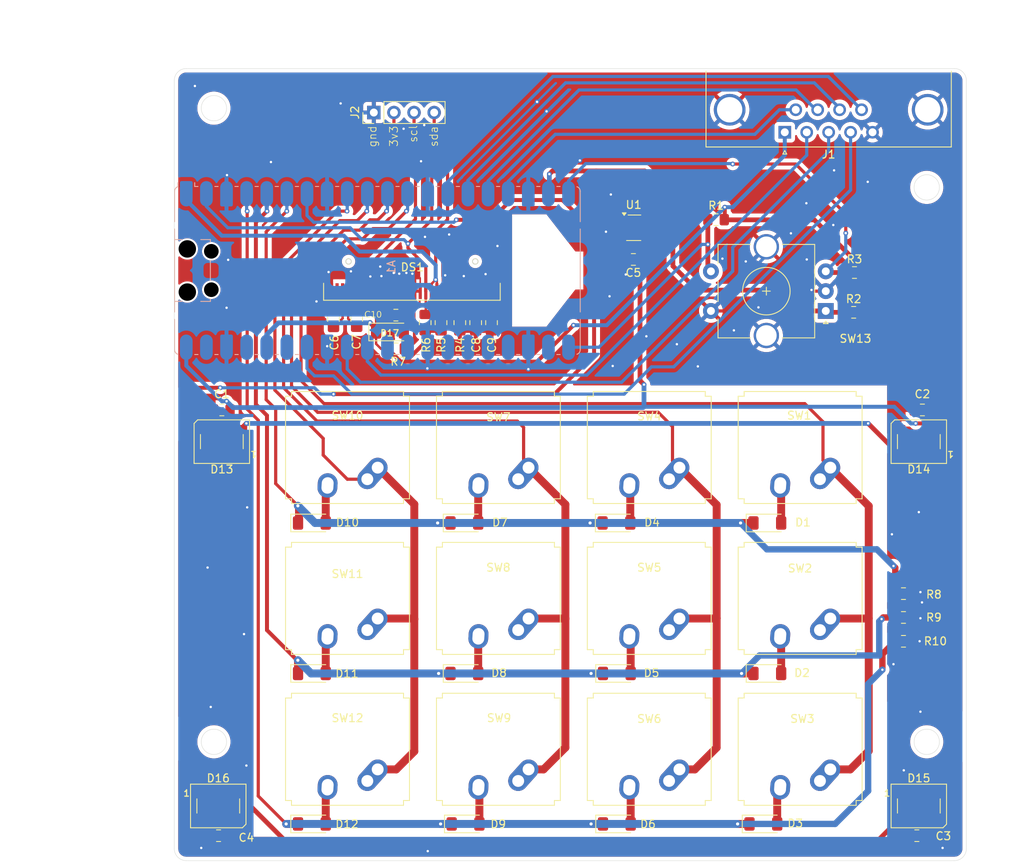
<source format=kicad_pcb>
(kicad_pcb (version 20241229) (generator "pcbnew") (generator_version "9.0")
  (layers (0 "F.Cu" signal) (2 "B.Cu" signal) (13 "F.Paste" user) (15 "B.Paste" user) (5 "F.SilkS" user "F.Silkscreen") (7 "B.SilkS" user "B.Silkscreen") (1 "F.Mask" user) (3 "B.Mask" user) (25 "Edge.Cuts" user))
  (net 0 "")
  (net 5 "Net-(D1-A)")
  (net 6 "cl1")
  (net 7 "cl2")
  (net 8 "Net-(D2-A)")
  (net 9 "cl3")
  (net 10 "Net-(D3-A)")
  (net 11 "Net-(D4-A)")
  (net 12 "RW4")
  (net 13 "Net-(D5-A)")
  (net 14 "Net-(D6-A)")
  (net 15 "Net-(D7-A)")
  (net 16 "Net-(D8-A)")
  (net 17 "Net-(D9-A)")
  (net 18 "Net-(D10-A)")
  (net 19 "Net-(D11-A)")
  (net 20 "Net-(D12-A)")
  (net 21 "RW1")
  (net 22 "RW2")
  (net 23 "RW3")
  (net 24 "+5V")
  (net 25 "GND")
  (net 26 "Net-(D13-DIN)")
  (net 27 "Net-(D13-DOUT)")
  (net 28 "Net-(D14-DOUT)")
  (net 29 "Net-(D15-DOUT)")
  (net 31 "+3.3V")
  (net 32 "Enc_butt")
  (net 33 "EncA")
  (net 34 "EncB")
  (net 35 "Net-(U1-Pad3)")
  (net 36 "13")
  (net 37 "11")
  (net 38 "12")
  (net 39 "10")
  (net 40 "displ-scl")
  (net 41 "26")
  (net 42 "28")
  (net 43 "27")
  (net 44 "20")
  (net 45 "21")
  (net 46 "22")
  (net 47 "19")
  (net 48 "18")
  (net 49 "17")
  (net 50 "displ-sda")
  (net 51 "neopixel")
  (net 52 "Net-(DS1-C2N)")
  (net 53 "Net-(DS1-C2P)")
  (net 54 "Net-(DS1-C1N)")
  (net 55 "Net-(DS1-C1P)")
  (net 56 "Net-(DS1-VCOMH)")
  (net 57 "Net-(DS1-VCC)")
  (net 58 "Net-(D17-A)")
  (net 60 "Net-(DS1-IREF)")
  (footprint "Capacitor_SMD:C_0805_2012Metric_Pad1.18x1.45mm_HandSolder" (layer "F.Cu") (at 158.4 89.075)
    (property "Reference" "R1")
    (property "Value" "10k")
  )
  (footprint "Diode_SMD:D_MiniMELF" (layer "F.Cu") (at 164.86946 146.369598)
    (property "Reference" "D2")
    (property "Value" "D")
  )
  (footprint "PCM_Switch_Keyboard_Hybrid:SW_Hybrid_Cherry_MX_Alps" (layer "F.Cu") (at 169.0176 155.9437 180)
    (property "Reference" "SW3")
    (property "Value" "SW_Push_45deg")
  )
  (footprint "LED_SMD:LED_WS2812B_PLCC4_5.0x5.0mm_P3.2mm" (layer "F.Cu") (at 184 163.1)
    (property "Reference" "D15")
    (property "Value" "WS2812B (RF-W7SA50TS-A51-IC)")
  )
  (footprint "Diode_SMD:D_MiniMELF" (layer "F.Cu") (at 126.76946 165.369598)
    (property "Reference" "D9")
    (property "Value" "D")
  )
  (footprint "Capacitor_SMD:C_0805_2012Metric_Pad1.18x1.45mm_HandSolder" (layer "F.Cu") (at 130.05 102.08 -90)
    (property "Reference" "C9")
    (property "Value" "4u7")
  )
  (footprint "PCM_Switch_Keyboard_Hybrid:SW_Hybrid_Cherry_MX_Alps" (layer "F.Cu") (at 111.8676 136.8937 180)
    (property "Reference" "SW11")
    (property "Value" "SW_Push_45deg")
  )
  (footprint "Diode_SMD:D_MiniMELF" (layer "F.Cu") (at 145.86946 146.369598)
    (property "Reference" "D5")
    (property "Value" "D")
  )
  (footprint "PCM_Switch_Keyboard_Hybrid:SW_Hybrid_Cherry_MX_Alps" (layer "F.Cu") (at 111.8676 155.9437 180)
    (property "Reference" "SW12")
    (property "Value" "SW_Push_45deg")
  )
  (footprint "Diode_SMD:D_MiniMELF" (layer "F.Cu") (at 126.61946 146.369598)
    (property "Reference" "D8")
    (property "Value" "D")
  )
  (footprint "Capacitor_SMD:C_0805_2012Metric_Pad1.18x1.45mm_HandSolder" (layer "F.Cu") (at 128.05 102.08 90)
    (property "Reference" "C8")
    (property "Value" "1u")
  )
  (footprint "Capacitor_SMD:C_0805_2012Metric_Pad1.18x1.45mm_HandSolder" (layer "F.Cu") (at 175.875 95.75)
    (property "Reference" "R3")
    (property "Value" "10k")
  )
  (footprint "Capacitor_SMD:C_0805_2012Metric_Pad1.18x1.45mm_HandSolder" (layer "F.Cu") (at 147.9625 94.1 180)
    (property "Reference" "C5")
    (property "Value" "100n")
  )
  (footprint "Capacitor_SMD:C_0805_2012Metric_Pad1.18x1.45mm_HandSolder" (layer "F.Cu") (at 113.025 101.63 -90)
    (property "Reference" "C7")
    (property "Value" "1u")
  )
  (footprint "PCM_Switch_Keyboard_Hybrid:SW_Hybrid_Cherry_MX_Alps" (layer "F.Cu") (at 130.9176 155.9437 180)
    (property "Reference" "SW9")
    (property "Value" "SW_Push_45deg")
  )
  (footprint "Diode_SMD:D_MiniMELF" (layer "F.Cu") (at 164.36946 165.369598)
    (property "Reference" "D3")
    (property "Value" "D")
  )
  (footprint "Package_TO_SOT_SMD:SOT-23-6_Handsoldering" (layer "F.Cu") (at 148 90.1)
    (property "Reference" "U1")
    (property "Value" "74LVC2G04")
  )
  (footprint "PCM_Switch_Keyboard_Hybrid:SW_Hybrid_Cherry_MX_Alps" (layer "F.Cu") (at 111.8676 117.8437 180)
    (property "Reference" "SW10")
    (property "Value" "SW_Push_45deg")
  )
  (footprint "Rotary_Encoder:RotaryEncoder_Alps_EC11E-Switch_Vertical_H20mm_CircularMountingHoles" (layer "F.Cu") (at 172.25 100.6 180)
    (property "Reference" "SW13")
    (property "Value" "Encoder")
  )
  (footprint "Connector_PinHeader_2.54mm:PinHeader_1x04_P2.54mm_Vertical" (layer "F.Cu") (at 115.19 75.55 90)
    (property "Reference" "J2")
    (property "Value" "Conn_01x04_Pin")
  )
  (footprint "LED_SMD:LED_WS2812B_PLCC4_5.0x5.0mm_P3.2mm" (layer "F.Cu") (at 184 117.1 180)
    (property "Reference" "D14")
    (property "Value" "WS2812B (RF-W7SA50TS-A51-IC)")
  )
  (footprint "Diode_SMD:D_MiniMELF" (layer "F.Cu") (at 126.61946 127.369598)
    (property "Reference" "D7")
    (property "Value" "D")
  )
  (footprint "PCM_Switch_Keyboard_Hybrid:SW_Hybrid_Cherry_MX_Alps" (layer "F.Cu") (at 169.0176 136.8937 180)
    (property "Reference" "SW2")
    (property "Value" "SW_Push_45deg")
  )
  (footprint "Capacitor_SMD:C_0805_2012Metric_Pad1.18x1.45mm_HandSolder" (layer "F.Cu") (at 96 113.1 180)
    (property "Reference" "C1")
    (property "Value" "100n")
  )
  (footprint "Capacitor_SMD:C_0805_2012Metric_Pad1.18x1.45mm_HandSolder" (layer "F.Cu") (at 110.1 101.655 90)
    (property "Reference" "C6")
    (property "Value" "1u")
  )
  (footprint "Capacitor_SMD:C_0805_2012Metric_Pad1.18x1.45mm_HandSolder" (layer "F.Cu") (at 121.675 102.08 -90)
    (property "Reference" "R6")
    (property "Value" "10k")
  )
  (footprint "PCM_Switch_Keyboard_Hybrid:SW_Hybrid_Cherry_MX_Alps" (layer "F.Cu") (at 149.9676 136.8937 180)
    (property "Reference" "SW5")
    (property "Value" "SW_Push_45deg")
  )
  (footprint "Diode_SMD:D_MiniMELF" (layer "F.Cu") (at 145.86946 165.369598)
    (property "Reference" "D6")
    (property "Value" "D")
  )
  (footprint "Connector_Dsub:DSUB-9_Socket_Horizontal_P2.77x2.84mm_EdgePinOffset4.94mm_Housed_MountingHolesOffset4.94mm" (layer "F.Cu") (at 167.075 78.04 180)
    (property "Reference" "J1")
    (property "Value" "DE9_Socket_MountingHoles")
  )
  (footprint "PCM_Switch_Keyboard_Hybrid:SW_Hybrid_Cherry_MX_Alps" (layer "F.Cu") (at 149.9676 155.9437 180)
    (property "Reference" "SW6")
    (property "Value" "SW_Push_45deg")
  )
  (footprint "PCM_Switch_Keyboard_Hybrid:SW_Hybrid_Cherry_MX_Alps" (layer "F.Cu") (at 169.0176 117.8437 180)
    (property "Reference" "SW1")
    (property "Value" "SW_Push_45deg")
  )
  (footprint "LED_SMD:LED_WS2812B_PLCC4_5.0x5.0mm_P3.2mm" (layer "F.Cu") (at 95.55 163.1)
    (property "Reference" "D16")
    (property "Value" "WS2812B (RF-W7SA50TS-A51-IC)")
  )
  (footprint "Capacitor_SMD:C_0805_2012Metric_Pad1.18x1.45mm_HandSolder" (layer "F.Cu") (at 175.775 100.775)
    (property "Reference" "R2")
    (property "Value" "10k")
  )
  (footprint "Capacitor_SMD:C_0805_2012Metric_Pad1.18x1.45mm_HandSolder" (layer "F.Cu") (at 118 105.38)
    (property "Reference" "R7")
    (property "Value" "5k1")
  )
  (footprint "Capacitor_SMD:C_0805_2012Metric_Pad1.18x1.45mm_HandSolder" (layer "F.Cu") (at 123.675 102.08 -90)
    (property "Reference" "R5")
    (property "Value" "10k")
  )
  (footprint "PCM_Switch_Keyboard_Hybrid:SW_Hybrid_Cherry_MX_Alps" (layer "F.Cu") (at 149.9676 117.8437 180)
    (property "Reference" "SW4")
    (property "Value" "SW_Push_45deg")
  )
  (footprint "Capacitor_SMD:C_0805_2012Metric_Pad1.18x1.45mm_HandSolder" (layer "F.Cu") (at 95.5875 166.85)
    (property "Reference" "C4")
    (property "Value" "100n")
  )
  (footprint "Diode_SMD:D_MiniMELF" (layer "F.Cu") (at 107.36946 165.369598)
    (property "Reference" "D12")
    (property "Value" "D")
  )
  (footprint "Diode_SMD:D_MiniMELF" (layer "F.Cu") (at 145.81946 127.369598)
    (property "Reference" "D4")
    (property "Value" "D")
  )
  (footprint "Capacitor_SMD:C_0805_2012Metric_Pad1.18x1.45mm_HandSolder" (layer "F.Cu") (at 183.75 166.85)
    (property "Reference" "C3")
    (property "Value" "100n")
  )
  (footprint "PCM_Switch_Keyboard_Hybrid:SW_Hybrid_Cherry_MX_Alps" (layer "F.Cu") (at 130.9176 136.8937 180)
    (property "Reference" "SW8")
    (property "Value" "SW_Push_45deg")
  )
  (footprint "Capacitor_SMD:C_0805_2012Metric_Pad1.18x1.45mm_HandSolder" (layer "F.Cu") (at 117.975 101.13)
    (property "Reference" "C10")
    (property "Value" "10u")
  )
  (footprint "Capacitor_SMD:C_0805_2012Metric_Pad1.18x1.45mm_HandSolder" (layer "F.Cu") (at 182.0625 142.31 180)
    (property "Reference" "R10")
    (property "Value" "10k")
  )
  (footprint "LED_SMD:LED_WS2812B_PLCC4_5.0x5.0mm_P3.2mm" (layer "F.Cu") (at 96 117.1 180)
    (property "Reference" "D13")
    (property "Value" "WS2812B (RF-W7SA50TS-A51-IC)")
  )
  (footprint "Capacitor_SMD:C_0805_2012Metric_Pad1.18x1.45mm_HandSolder" (layer "F.Cu") (at 182.0625 139.3 180)
    (property "Reference" "R9")
    (property "Value" "10k")
  )
  (footprint "Display:OLED-128O064D" (layer "F.Cu") (at 120 98.1)
    (property "Reference" "DS1")
    (property "Value" "OLED-128O064D")
  )
  (footprint "Capacitor_SMD:C_0805_2012Metric_Pad1.18x1.45mm_HandSolder" (layer "F.Cu") (at 182.0625 136.29 180)
    (property "Reference" "R8")
    (property "Value" "10k")
  )
  (footprint "Diode_SMD:D_MiniMELF" (layer "F.Cu") (at 117.225 103.255)
    (property "Reference" "D17")
    (property "Value" "D_Schottky")
  )
  (footprint "Diode_SMD:D_MiniMELF" (layer "F.Cu") (at 164.86946 127.369598)
    (property "Reference" "D1")
    (property "Value" "D")
  )
  (footprint "PCM_Switch_Keyboard_Hybrid:SW_Hybrid_Cherry_MX_Alps" (layer "F.Cu") (at 130.9176 117.8437 180)
    (property "Reference" "SW7")
    (property "Value" "SW_Push_45deg")
  )
  (footprint "Diode_SMD:D_MiniMELF" (layer "F.Cu") (at 107.36946 127.369598)
    (property "Reference" "D10")
    (property "Value" "D")
  )
  (footprint "Diode_SMD:D_MiniMELF" (layer "F.Cu") (at 107.36946 146.369598)
    (property "Reference" "D11")
    (property "Value" "D")
  )
  (footprint "Capacitor_SMD:C_0805_2012Metric_Pad1.18x1.45mm_HandSolder" (layer "F.Cu") (at 126.05 102.08 90)
    (property "Reference" "R4")
    (property "Value" "470k")
  )
  (footprint "Capacitor_SMD:C_0805_2012Metric_Pad1.18x1.45mm_HandSolder" (layer "F.Cu") (at 184.45 113.1 180)
    (property "Reference" "C2")
    (property "Value" "100n")
  )
  (footprint "Module:RaspberryPi_Pico_Common_SMD" (layer "B.Cu") (at 115.6426 95.4937 -90)
    (property "Reference" "A1")
    (property "Value" "RaspberryPi_Pico_W")
  )
  (gr_circle (center 95 155) (end 96.6 155) (stroke (width 0.05)) (fill no) (layer "Edge.Cuts"))
  (gr_circle (center 128 94.35) (end 127.65 94.35) (stroke (width 0.1)) (fill no) (layer "Edge.Cuts"))
  (gr_line (start 91.5 70) (end 188.5 70) (stroke (width 0.05)) (layer "Edge.Cuts"))
  (gr_line (start 90 168.5) (end 90 71.5) (stroke (width 0.05)) (layer "Edge.Cuts"))
  (gr_circle (center 185 155) (end 186.6 155) (stroke (width 0.05)) (fill no) (layer "Edge.Cuts"))
  (gr_arc (start 91.5 170) (mid 90.43934 169.56066) (end 90 168.5) (stroke (width 0.05)) (layer "Edge.Cuts"))
  (gr_circle (center 185 85) (end 186.6 85) (stroke (width 0.05)) (fill no) (layer "Edge.Cuts"))
  (gr_line (start 190 71.5) (end 190 168.5) (stroke (width 0.05)) (layer "Edge.Cuts"))
  (gr_circle (center 95 75) (end 96.6 75) (stroke (width 0.05)) (fill no) (layer "Edge.Cuts"))
  (gr_arc (start 90 71.5) (mid 90.43934 70.43934) (end 91.5 70) (stroke (width 0.05)) (layer "Edge.Cuts"))
  (gr_circle (center 112 94.35) (end 112.35 94.35) (stroke (width 0.1)) (fill no) (layer "Edge.Cuts"))
  (gr_line (start 188.5 170) (end 91.5 170) (stroke (width 0.05)) (layer "Edge.Cuts"))
  (gr_arc (start 190 168.5) (mid 189.56066 169.56066) (end 188.5 170) (stroke (width 0.05)) (layer "Edge.Cuts"))
  (gr_arc (start 188.5 70) (mid 189.56066 70.43934) (end 190 71.5) (stroke (width 0.05)) (layer "Edge.Cuts"))
  (gr_text "sda" (at 123.35 79.95 90) (layer "F.SilkS") (effects (font (size 1 1) (thickness 0.1)) (justify left bottom)))
  (gr_text "scl" (at 120.75 79.4 90) (layer "F.SilkS") (effects (font (size 1 1) (thickness 0.1)) (justify left bottom)))
  (gr_text "gnd" (at 115.6 80 90) (layer "F.SilkS") (effects (font (size 1 1) (thickness 0.1)) (justify left bottom)))
  (gr_text "3v3" (at 118.3 79.95 90) (layer "F.SilkS") (effects (font (size 1 1) (thickness 0.1)) (justify left bottom)))
  (segment (start 166.61946 127.369598) (end 166.61946 122.75556) (width 1) (layer "F.Cu") (net 5))
  (segment (start 166.61946 122.75556) (end 166.4976 122.6337) (width 1) (layer "F.Cu") (net 5))
  (segment (start 144.24446 127.369598) (end 142.49446 127.369598) (width 1) (layer "F.Cu") (net 6))
  (segment (start 163.24446 127.369598) (end 161.49446 127.369598) (width 1) (layer "F.Cu") (net 6))
  (segment (start 101.6 111.8) (end 102.8 113) (width 0.4) (layer "F.Cu") (net 6))
  (segment (start 102.8 113) (end 102.8 122.4) (width 0.4) (layer "F.Cu") (net 6))
  (segment (start 181.025 133.025) (end 180.8 132.8) (width 0.8) (layer "F.Cu") (net 6))
  (segment (start 105.74446 125.34446) (end 105.6 125.2) (width 1) (layer "F.Cu") (net 6))
  (segment (start 102.8 122.4) (end 105.6 125.2) (width 0.4) (layer "F.Cu") (net 6))
  (segment (start 181.025 136.29) (end 181.025 133.025) (width 0.8) (layer "F.Cu") (net 6))
  (segment (start 124.99446 127.369598) (end 123.24446 127.369598) (width 1) (layer "F.Cu") (net 6))
  (segment (start 105.74446 127.369598) (end 105.74446 125.34446) (width 1) (layer "F.Cu") (net 6))
  (segment (start 101.6 90.6) (end 101.6 111.8) (width 0.4) (layer "F.Cu") (net 6))
  (segment (start 104.2 88) (end 101.6 90.6) (width 0.4) (layer "F.Cu") (net 6))
  (via (at 105.6 125.2) (size 0.8) (drill 0.4) (layers "F.Cu" "B.Cu") (net 6))
  (via (at 161.49446 127.369598) (size 0.8) (drill 0.4) (layers "F.Cu" "B.Cu") (net 6))
  (via (at 123.24446 127.369598) (size 0.8) (drill 0.4) (layers "F.Cu" "B.Cu") (net 6))
  (via (at 104.2 88) (size 0.6) (drill 0.3) (layers "F.Cu" "B.Cu") (net 6))
  (via (at 142.49446 127.369598) (size 0.8) (drill 0.4) (layers "F.Cu" "B.Cu") (net 6))
  (via (at 180.8 132.8) (size 0.6) (drill 0.3) (layers "F.Cu" "B.Cu") (net 6))
  (segment (start 107.769598 127.369598) (end 105.6 125.2) (width 1) (layer "B.Cu") (net 6))
  (segment (start 104.2126 87.9874) (end 104.2 88) (width 0.4) (layer "B.Cu") (net 6))
  (segment (start 161.49446 127.369598) (end 142.49446 127.369598) (width 1) (layer "B.Cu") (net 6))
  (segment (start 164.824862 130.7) (end 161.49446 127.369598) (width 0.8) (layer "B.Cu") (net 6))
  (segment (start 178.7 130.7) (end 164.824862 130.7) (width 0.8) (layer "B.Cu") (net 6))
  (segment (start 104.2126 85.8037) (end 104.2126 87.9874) (width 0.4) (layer "B.Cu") (net 6))
  (segment (start 180.8 132.8) (end 178.7 130.7) (width 0.8) (layer "B.Cu") (net 6))
  (segment (start 142.49446 127.369598) (end 107.769598 127.369598) (width 1) (layer "B.Cu") (net 6))
  (segment (start 101.7 140.9) (end 105.5 144.7) (width 0.5) (layer "F.Cu") (net 7))
  (segment (start 123.61946 146.369598) (end 123.36946 146.369598) (width 1) (layer "F.Cu") (net 7))
  (segment (start 163.11946 146.369598) (end 161.86946 146.369598) (width 1) (layer "F.Cu") (net 7))
  (segment (start 105.5 144.7) (end 105.6 144.7) (width 0.5) (layer "F.Cu") (net 7))
  (segment (start 179.5 139.3) (end 179.3 139.5) (width 0.8) (layer "F.Cu") (net 7))
  (segment (start 105.61946 144.71946) (end 105.61946 146.369598) (width 1) (layer "F.Cu") (net 7))
  (segment (start 101.7 113.8) (end 101.7 140.9) (width 0.5) (layer "F.Cu") (net 7))
  (segment (start 101.7 88) (end 100.3 89.4) (width 0.5) (layer "F.Cu") (net 7))
  (segment (start 144.11946 146.369598) (end 142.86946 146.369598) (width 1) (layer "F.Cu") (net 7))
  (segment (start 105.6 144.7) (end 105.61946 144.71946) (width 1) (layer "F.Cu") (net 7))
  (segment (start 161.86946 146.369598) (end 161.61946 146.369598) (width 1) (layer "F.Cu") (net 7))
  (segment (start 100.3 89.4) (end 100.3 112.4) (width 0.5) (layer "F.Cu") (net 7))
  (segment (start 124.86946 146.369598) (end 123.61946 146.369598) (width 1) (layer "F.Cu") (net 7))
  (segment (start 181.025 139.3) (end 179.5 139.3) (width 0.8) (layer "F.Cu") (net 7))
  (segment (start 100.3 112.4) (end 101.7 113.8) (width 0.5) (layer "F.Cu") (net 7))
  (segment (start 142.86946 146.369598) (end 142.61946 146.369598) (width 1) (layer "F.Cu") (net 7))
  (via (at 105.6 144.7) (size 0.8) (drill 0.4) (layers "F.Cu" "B.Cu") (net 7))
  (via (at 179.3 139.5) (size 0.6) (drill 0.3) (layers "F.Cu" "B.Cu") (net 7))
  (via (at 142.61946 146.369598) (size 0.8) (drill 0.4) (layers "F.Cu" "B.Cu") (net 7))
  (via (at 123.36946 146.369598) (size 0.8) (drill 0.4) (layers "F.Cu" "B.Cu") (net 7))
  (via (at 161.61946 146.369598) (size 0.8) (drill 0.4) (layers "F.Cu" "B.Cu") (net 7))
  (via (at 101.7 88) (size 0.6) (drill 0.3) (layers "F.Cu" "B.Cu") (net 7))
  (segment (start 179 139.8) (end 179 144.1) (width 0.8) (layer "B.Cu") (net 7))
  (segment (start 123.36946 146.369598) (end 142.61946 146.369598) (width 1) (layer "B.Cu") (net 7))
  (segment (start 179 144.1) (end 163.889058 144.1) (width 0.8) (layer "B.Cu") (net 7))
  (segment (start 107.269598 146.369598) (end 123.36946 146.369598) (width 1) (layer "B.Cu") (net 7))
  (segment (start 142.61946 146.369598) (end 161.61946 146.369598) (width 1) (layer "B.Cu") (net 7))
  (segment (start 163.889058 144.1) (end 161.61946 146.369598) (width 0.8) (layer "B.Cu") (net 7))
  (segment (start 179.3 139.5) (end 179 139.8) (width 0.8) (layer "B.Cu") (net 7))
  (segment (start 105.6 144.7) (end 107.269598 146.369598) (width 1) (layer "B.Cu") (net 7))
  (segment (start 101.6726 85.8037) (end 101.6726 87.9726) (width 0.5) (layer "B.Cu") (net 7))
  (segment (start 101.6726 87.4037) (end 101.6726 85.8037) (width 0.5) (layer "B.Cu") (net 7))
  (segment (start 101.6726 87.9726) (end 101.7 88) (width 0.5) (layer "B.Cu") (net 7))
  (segment (start 166.61946 141.80556) (end 166.4976 141.6837) (width 1) (layer "F.Cu") (net 8))
  (segment (start 166.61946 146.369598) (end 166.61946 141.80556) (width 1) (layer "F.Cu") (net 8))
  (segment (start 161.36946 165.369598) (end 161.11946 165.369598) (width 1) (layer "F.Cu") (net 9))
  (segment (start 181.025 142.31) (end 179.4 143.935) (width 0.8) (layer "F.Cu") (net 9))
  (segment (start 105.61946 165.369598) (end 104.36946 165.369598) (width 1) (layer "F.Cu") (net 9))
  (segment (start 162.61946 165.369598) (end 161.36946 165.369598) (width 1) (layer "F.Cu") (net 9))
  (segment (start 104.36946 165.369598) (end 104.11946 165.369598) (width 1) (layer "F.Cu") (net 9))
  (segment (start 100.6 114.4) (end 100.6 161.850138) (width 0.4) (layer "F.Cu") (net 9))
  (segment (start 179.4 143.935) (end 179.4 145.9) (width 0.8) (layer "F.Cu") (net 9))
  (segment (start 99.2 88) (end 99.2 113) (width 0.4) (layer "F.Cu") (net 9))
  (segment (start 100.6 161.850138) (end 104.11946 165.369598) (width 0.4) (layer "F.Cu") (net 9))
  (segment (start 99.2 113) (end 100.6 114.4) (width 0.4) (layer "F.Cu") (net 9))
  (segment (start 144.11946 165.369598) (end 142.86946 165.369598) (width 1) (layer "F.Cu") (net 9))
  (segment (start 142.86946 165.369598) (end 142.61946 165.369598) (width 1) (layer "F.Cu") (net 9))
  (segment (start 125.11946 165.369598) (end 123.86946 165.369598) (width 1) (layer "F.Cu") (net 9))
  (segment (start 123.86946 165.369598) (end 123.61946 165.369598) (width 1) (layer "F.Cu") (net 9))
  (via (at 104.11946 165.369598) (size 0.8) (drill 0.4) (layers "F.Cu" "B.Cu") (net 9))
  (via (at 99.2 88) (size 0.6) (drill 0.3) (layers "F.Cu" "B.Cu") (net 9))
  (via (at 161.11946 165.369598) (size 0.8) (drill 0.4) (layers "F.Cu" "B.Cu") (net 9))
  (via (at 123.61946 165.369598) (size 0.8) (drill 0.4) (layers "F.Cu" "B.Cu") (net 9))
  (via (at 179.4 145.9) (size 0.6) (drill 0.3) (layers "F.Cu" "B.Cu") (net 9))
  (via (at 142.61946 165.369598) (size 0.8) (drill 0.4) (layers "F.Cu" "B.Cu") (net 9))
  (segment (start 161.11946 165.369598) (end 142.61946 165.369598) (width 1) (layer "B.Cu") (net 9))
  (segment (start 123.61946 165.369598) (end 104.11946 165.369598) (width 1) (layer "B.Cu") (net 9))
  (segment (start 99.1326 85.8037) (end 99.1326 87.9326) (width 0.4) (layer "B.Cu") (net 9))
  (segment (start 142.61946 165.369598) (end 123.61946 165.369598) (width 1) (layer "B.Cu") (net 9))
  (segment (start 99.1326 87.9326) (end 99.2 88) (width 0.4) (layer "B.Cu") (net 9))
  (segment (start 173.430402 165.369598) (end 161.11946 165.369598) (width 0.8) (layer "B.Cu") (net 9))
  (segment (start 177.6 147.7) (end 177.6 161.2) (width 0.8) (layer "B.Cu") (net 9))
  (segment (start 177.6 161.2) (end 173.430402 165.369598) (width 0.8) (layer "B.Cu") (net 9))
  (segment (start 179.4 145.9) (end 177.6 147.7) (width 0.8) (layer "B.Cu") (net 9))
  (segment (start 166.11946 165.369598) (end 166.11946 161.11184) (width 1) (layer "F.Cu") (net 10))
  (segment (start 166.11946 161.11184) (end 166.4976 160.7337) (width 1) (layer "F.Cu") (net 10))
  (segment (start 147.56946 122.75556) (end 147.4476 122.6337) (width 1) (layer "F.Cu") (net 11))
  (segment (start 147.56946 127.369598) (end 147.56946 122.75556) (width 1) (layer "F.Cu") (net 11))
  (segment (start 102.7 110.6) (end 108.8 116.7) (width 0.4) (layer "F.Cu") (net 12))
  (segment (start 108.8 116.7) (end 108.8 118.8) (width 0.4) (layer "F.Cu") (net 12))
  (segment (start 111.8437 121.8437) (end 114.3676 121.8437) (width 0.4) (layer "F.Cu") (net 12))
  (segment (start 120.2315 139.4337) (end 120.3002 139.5024) (width 1) (layer "F.Cu") (net 12))
  (segment (start 102.7 95.9) (end 102.7 110.6) (width 0.4) (layer "F.Cu") (net 12))
  (segment (start 120.3002 139.5024) (end 120.3002 125.0063) (width 1) (layer "F.Cu") (net 12))
  (segment (start 120.3002 125.0063) (end 115.6776 120.3837) (width 1) (layer "F.Cu") (net 12))
  (segment (start 115.6776 158.4837) (end 118.0189 158.4837) (width 1) (layer "F.Cu") (net 12))
  (segment (start 110.6 88) (end 102.7 95.9) (width 0.4) (layer "F.Cu") (net 12))
  (segment (start 118.0189 158.4837) (end 120.3002 156.2024) (width 1) (layer "F.Cu") (net 12))
  (segment (start 111.8 88) (end 110.6 88) (width 0.4) (layer "F.Cu") (net 12))
  (segment (start 115.6776 139.4337) (end 120.2315 139.4337) (width 1) (layer "F.Cu") (net 12))
  (segment (start 108.8 118.8) (end 111.8437 121.8437) (width 0.4) (layer "F.Cu") (net 12))
  (segment (start 120.3002 156.2024) (end 120.3002 139.5024) (width 1) (layer "F.Cu") (net 12))
  (via (at 111.8 88) (size 0.6) (drill 0.3) (layers "F.Cu" "B.Cu") (net 12))
  (segment (start 111.8326 85.8037) (end 111.8326 87.9674) (width 0.4) (layer "B.Cu") (net 12))
  (segment (start 111.8326 87.9674) (end 111.8 88) (width 0.4) (layer "B.Cu") (net 12))
  (segment (start 147.61946 146.369598) (end 147.61946 141.85556) (width 1) (layer "F.Cu") (net 13))
  (segment (start 147.61946 141.85556) (end 147.4476 141.6837) (width 1) (layer "F.Cu") (net 13))
  (segment (start 147.61946 160.90556) (end 147.4476 160.7337) (width 1) (layer "F.Cu") (net 14))
  (segment (start 147.61946 165.369598) (end 147.61946 160.90556) (width 1) (layer "F.Cu") (net 14))
  (segment (start 128.36946 122.66184) (end 128.3976 122.6337) (width 1) (layer "F.Cu") (net 15))
  (segment (start 128.36946 127.369598) (end 128.36946 122.66184) (width 1) (layer "F.Cu") (net 15))
  (segment (start 128.36946 146.369598) (end 128.36946 141.71184) (width 1) (layer "F.Cu") (net 16))
  (segment (start 128.36946 141.71184) (end 128.3976 141.6837) (width 1) (layer "F.Cu") (net 16))
  (segment (start 128.51946 160.85556) (end 128.3976 160.7337) (width 1) (layer "F.Cu") (net 17))
  (segment (start 128.51946 165.369598) (end 128.51946 160.85556) (width 1) (layer "F.Cu") (net 17))
  (segment (start 109.11946 127.369598) (end 109.11946 122.86184) (width 1) (layer "F.Cu") (net 18))
  (segment (start 109.11946 122.86184) (end 109.3476 122.6337) (width 1) (layer "F.Cu") (net 18))
  (segment (start 109.11946 141.91184) (end 109.3476 141.6837) (width 1) (layer "F.Cu") (net 19))
  (segment (start 109.11946 146.369598) (end 109.11946 141.91184) (width 1) (layer "F.Cu") (net 19))
  (segment (start 109.11946 160.96184) (end 109.3476 160.7337) (width 1) (layer "F.Cu") (net 20))
  (segment (start 109.11946 165.369598) (end 109.11946 160.96184) (width 1) (layer "F.Cu") (net 20))
  (segment (start 175.3439 158.4837) (end 177.6752 156.1524) (width 1) (layer "F.Cu") (net 21))
  (segment (start 119.3 88) (end 117.1 90.2) (width 0.4) (layer "F.Cu") (net 21))
  (segment (start 171.9 119.4561) (end 172.8276 120.3837) (width 0.4) (layer "F.Cu") (net 21))
  (segment (start 106 97.3) (end 106 109.4) (width 0.4) (layer "F.Cu") (net 21))
  (segment (start 171.9 114.6) (end 171.9 119.4561) (width 0.4) (layer "F.Cu") (net 21))
  (segment (start 113.7 91.5) (end 111.8 91.5) (width 0.4) (layer "F.Cu") (net 21))
  (segment (start 115.1 90.2) (end 113.75 91.55) (width 0.4) (layer "F.Cu") (net 21))
  (segment (start 169.6 112.3) (end 171.9 114.6) (width 0.4) (layer "F.Cu") (net 21))
  (segment (start 106 109.4) (end 108.9 112.3) (width 0.4) (layer "F.Cu") (net 21))
  (segment (start 117.1 90.2) (end 115.1 90.2) (width 0.4) (layer "F.Cu") (net 21))
  (segment (start 172.8276 139.4337) (end 177.6439 139.4337) (width 1) (layer "F.Cu") (net 21))
  (segment (start 111.8 91.5) (end 106 97.3) (width 0.4) (layer "F.Cu") (net 21))
  (segment (start 177.6752 139.4024) (end 177.6752 125.2313) (width 1) (layer "F.Cu") (net 21))
  (segment (start 108.9 112.3) (end 169.6 112.3) (width 0.4) (layer "F.Cu") (net 21))
  (segment (start 113.75 91.55) (end 113.7 91.5) (width 0.4) (layer "F.Cu") (net 21))
  (segment (start 172.8276 158.4837) (end 175.3439 158.4837) (width 1) (layer "F.Cu") (net 21))
  (segment (start 177.6752 156.1524) (end 177.6752 139.4024) (width 1) (layer "F.Cu") (net 21))
  (segment (start 177.6752 125.2313) (end 172.8276 120.3837) (width 1) (layer "F.Cu") (net 21))
  (via (at 119.3 88) (size 0.6) (drill 0.3) (layers "F.Cu" "B.Cu") (net 21))
  (segment (start 119.4526 85.8037) (end 119.4526 87.8474) (width 0.4) (layer "B.Cu") (net 21))
  (segment (start 119.4526 87.8474) (end 119.3 88) (width 0.4) (layer "B.Cu") (net 21))
  (segment (start 151.1 113.4) (end 108.1 113.4) (width 0.4) (layer "F.Cu") (net 22))
  (segment (start 111.4 90.4) (end 113.4 90.4) (width 0.4) (layer "F.Cu") (net 22))
  (segment (start 158.4752 125.0813) (end 153.7776 120.3837) (width 1) (layer "F.Cu") (net 22))
  (segment (start 152.9 115.2) (end 151.1 113.4) (width 0.4) (layer "F.Cu") (net 22))
  (segment (start 153.7776 158.4837) (end 155.7189 158.4837) (width 1) (layer "F.Cu") (net 22))
  (segment (start 114.7 89.1) (end 115.7 89.1) (width 0.4) (layer "F.Cu") (net 22))
  (segment (start 108.1 113.4) (end 104.8 110.1) (width 0.4) (layer "F.Cu") (net 22))
  (segment (start 158.4752 139.4024) (end 158.4752 125.0813) (width 1) (layer "F.Cu") (net 22))
  (segment (start 155.7189 158.4837) (end 158.4752 155.7274) (width 1) (layer "F.Cu") (net 22))
  (segment (start 158.4439 139.4337) (end 158.4752 139.4024) (width 1) (layer "F.Cu") (net 22))
  (segment (start 113.4 90.4) (end 114.7 89.1) (width 0.4) (layer "F.Cu") (net 22))
  (segment (start 153.7776 139.4337) (end 158.4439 139.4337) (width 1) (layer "F.Cu") (net 22))
  (segment (start 153.7776 120.3837) (end 152.9 119.5061) (width 0.4) (layer "F.Cu") (net 22))
  (segment (start 115.7 89.1) (end 116.8 88) (width 0.4) (layer "F.Cu") (net 22))
  (segment (start 152.9 119.5061) (end 152.9 115.2) (width 0.4) (layer "F.Cu") (net 22))
  (segment (start 158.4752 155.7274) (end 158.4752 139.4024) (width 1) (layer "F.Cu") (net 22))
  (segment (start 104.8 97) (end 111.4 90.4) (width 0.4) (layer "F.Cu") (net 22))
  (segment (start 104.8 110.1) (end 104.8 97) (width 0.4) (layer "F.Cu") (net 22))
  (via (at 116.8 88) (size 0.6) (drill 0.3) (layers "F.Cu" "B.Cu") (net 22))
  (segment (start 116.9126 85.8037) (end 116.9126 87.8874) (width 0.4) (layer "B.Cu") (net 22))
  (segment (start 116.9126 87.8874) (end 116.8 88) (width 0.4) (layer "B.Cu") (net 22))
  (segment (start 139.3752 155.7274) (end 139.3752 139.4524) (width 1) (layer "F.Cu") (net 23))
  (segment (start 108 114.5) (end 103.8 110.3) (width 0.4) (layer "F.Cu") (net 23))
  (segment (start 134.7276 120.3837) (end 134.1 119.7561) (width 0.4) (layer "F.Cu") (net 23))
  (segment (start 134.7276 158.4837) (end 136.6189 158.4837) (width 1) (layer "F.Cu") (net 23))
  (segment (start 103.8 110.3) (end 103.8 96.3) (width 0.4) (layer "F.Cu") (net 23))
  (segment (start 139.3752 139.4524) (end 139.3752 125.0313) (width 1) (layer "F.Cu") (net 23))
  (segment (start 103.8 96.3) (end 110.9 89.2) (width 0.4) (layer "F.Cu") (net 23))
  (segment (start 139.3565 139.4337) (end 139.3752 139.4524) (width 1) (layer "F.Cu") (net 23))
  (segment (start 139.3752 125.0313) (end 134.7276 120.3837) (width 1) (layer "F.Cu") (net 23))
  (segment (start 133.3 114.5) (end 108 114.5) (width 0.4) (layer "F.Cu") (net 23))
  (segment (start 134.1 115.3) (end 133.3 114.5) (width 0.4) (layer "F.Cu") (net 23))
  (segment (start 110.9 89.2) (end 113.1 89.2) (width 0.4) (layer "F.Cu") (net 23))
  (segment (start 113.1 89.2) (end 114.3 88) (width 0.4) (layer "F.Cu") (net 23))
  (segment (start 134.7276 139.4337) (end 139.3565 139.4337) (width 1) (layer "F.Cu") (net 23))
  (segment (start 134.1 119.7561) (end 134.1 115.3) (width 0.4) (layer "F.Cu") (net 23))
  (segment (start 136.6189 158.4837) (end 139.3752 155.7274) (width 1) (layer "F.Cu") (net 23))
  (via (at 114.3 88) (size 0.6) (drill 0.3) (layers "F.Cu" "B.Cu") (net 23))
  (segment (start 114.3726 87.9274) (end 114.3 88) (width 0.4) (layer "B.Cu") (net 23))
  (segment (start 114.3726 85.8037) (end 114.3726 87.9274) (width 0.4) (layer "B.Cu") (net 23))
  (segment (start 181.55 161.45) (end 183 162.9) (width 0.6) (layer "F.Cu") (net 24))
  (segment (start 149.35 90.1) (end 150.122834 90.1) (width 0.6) (layer "F.Cu") (net 24))
  (segment (start 96.6 112) (end 97.0375 112.4375) (width 0.5) (layer "F.Cu") (net 24))
  (segment (start 185 114.8) (end 185 113.5875) (width 0.5) (layer "F.Cu") (net 24))
  (segment (start 185 113.5875) (end 185.4875 113.1) (width 0.5) (layer "F.Cu") (net 24))
  (segment (start 185.8 119.4) (end 185.8 141.5) (width 0.5) (layer "F.Cu") (net 24))
  (segment (start 183.6 114.8) (end 185 114.8) (width 0.5) (layer "F.Cu") (net 24))
  (segment (start 93.1 150.5) (end 93.1 123.7) (width 0.6) (layer "F.Cu") (net 24))
  (segment (start 183 166.5625) (end 182.7125 166.85) (width 0.6) (layer "F.Cu") (net 24))
  (segment (start 97.0375 117.3375) (end 97.0375 113.1) (width 0.5) (layer "F.Cu") (net 24))
  (segment (start 94.55 162.9) (end 94.55 166.85) (width 0.6) (layer "F.Cu") (net 24))
  (segment (start 149.3 109.9) (end 148.799 109.399) (width 0.6) (layer "F.Cu") (net 24))
  (segment (start 183 162.9) (end 183 166.5625) (width 0.6) (layer "F.Cu") (net 24))
  (segment (start 148.799 94.301) (end 149 94.1) (width 0.6) (layer "F.Cu") (net 24))
  (segment (start 181.55 161.45) (end 180.4 160.3) (width 0.6) (layer "F.Cu") (net 24))
  (segment (start 150.631 90.608166) (end 150.631 92.731) (width 0.5) (layer "F.Cu") (net 24))
  (segment (start 91.5 157.1) (end 91.5 152.1) (width 0.6) (layer "F.Cu") (net 24))
  (segment (start 91.5 152.1) (end 93.1 150.5) (width 0.6) (layer "F.Cu") (net 24))
  (segment (start 98.05 118.75) (end 98.45 118.75) (width 0.6) (layer "F.Cu") (net 24))
  (segment (start 150.122834 90.1) (end 150.631 90.608166) (width 0.5) (layer "F.Cu") (net 24))
  (segment (start 98.45 118.75) (end 97.0375 117.3375) (width 0.5) (layer "F.Cu") (net 24))
  (segment (start 93.1 158.7) (end 91.5 157.1) (width 0.6) (layer "F.Cu") (net 24))
  (segment (start 180.4 150.9) (end 185.8 145.5) (width 0.6) (layer "F.Cu") (net 24))
  (segment (start 185.8 145.5) (end 185.8 141.5) (width 0.6) (layer "F.Cu") (net 24))
  (segment (start 149.262 94.1) (end 149 94.1) (width 0.6) (layer "F.Cu") (net 24))
  (segment (start 93.1 123.7) (end 98.05 118.75) (width 0.6) (layer "F.Cu") (net 24))
  (segment (start 148.799 109.399) (end 148.799 94.301) (width 0.6) (layer "F.Cu") (net 24))
  (segment (start 180.4 160.3) (end 180.4 150.9) (width 0.6) (layer "F.Cu") (net 24))
  (segment (start 150.631 92.731) (end 149.262 94.1) (width 0.5) (layer "F.Cu") (net 24))
  (segment (start 186.45 118.75) (end 185.8 119.4) (width 0.5) (layer "F.Cu") (net 24))
  (segment (start 185 117.3) (end 185 114.8) (width 0.5) (layer "F.Cu") (net 24))
  (segment (start 186.45 118.75) (end 185 117.3) (width 0.5) (layer "F.Cu") (net 24))
  (segment (start 93.1 161.45) (end 93.1 158.7) (width 0.6) (layer "F.Cu") (net 24))
  (segment (start 93.1 161.45) (end 94.55 162.9) (width 0.6) (layer "F.Cu") (net 24))
  (segment (start 97.0375 112.4375) (end 97.0375 113.1) (width 0.5) (layer "F.Cu") (net 24))
  (segment (start 182.15 161.45) (end 181.55 161.45) (width 0.6) (layer "F.Cu") (net 24))
  (via (at 96.6 112) (size 0.6) (drill 0.3) (layers "F.Cu" "B.Cu") (net 24))
  (via (at 183.6 114.8) (size 0.6) (drill 0.3) (layers "F.Cu" "B.Cu") (net 24))
  (via (at 149.3 109.9) (size 0.6) (drill 0.3) (layers "F.Cu" "B.Cu") (net 24))
  (segment (start 149.3 112.7) (end 180.9 112.7) (width 0.5) (layer "B.Cu") (net 24))
  (segment (start 183 114.8) (end 183.6 114.8) (width 0.5) (layer "B.Cu") (net 24))
  (segment (start 149.2 112.8) (end 97.4 112.8) (width 0.6) (layer "B.Cu") (net 24))
  (segment (start 149.3 109.9) (end 149.3 112.7) (width 0.6) (layer "B.Cu") (net 24))
  (segment (start 180.9 112.7) (end 183 114.8) (width 0.5) (layer "B.Cu") (net 24))
  (segment (start 97.4 112.8) (end 96.6 112) (width 0.6) (layer "B.Cu") (net 24))
  (segment (start 91.5126 107.5126) (end 91.5126 105.1837) (width 0.5) (layer "B.Cu") (net 24))
  (segment (start 96.6 112) (end 96 112) (width 0.5) (layer "B.Cu") (net 24))
  (segment (start 96 112) (end 91.5126 107.5126) (width 0.5) (layer "B.Cu") (net 24))
  (segment (start 170.6 98.1) (end 170.45 97.95) (width 0.4) (layer "F.Cu") (net 25))
  (segment (start 109.85 98.1) (end 109.749 98.1) (width 0.4) (layer "F.Cu") (net 25))
  (segment (start 129.3 96) (end 129.3 95.95) (width 0.4) (layer "F.Cu") (net 25))
  (segment (start 109.58765 95.68765) (end 109.476875 95.68765) (width 0.4) (layer "F.Cu") (net 25))
  (segment (start 109.7 98.25) (end 109.85 98.1) (width 0.4) (layer "F.Cu") (net 25))
  (segment (start 123.85 96.45) (end 124.1 96.2) (width 0.2) (layer "F.Cu") (net 25))
  (segment (start 119.65 96.15) (end 119.45 95.95) (width 0.2) (layer "F.Cu") (net 25))
  (segment (start 109.85 95.95) (end 109.58765 95.68765) (width 0.4) (layer "F.Cu") (net 25))
  (segment (start 124.1 96.2) (end 124.2 96.1) (width 0.2) (layer "F.Cu") (net 25))
  (segment (start 118.3 95.95) (end 118.35 95.95) (width 0.2) (layer "F.Cu") (net 25))
  (segment (start 118.25 96) (end 118.3 95.95) (width 0.2) (layer "F.Cu") (net 25))
  (segment (start 107.95 98.4) (end 108.1 98.25) (width 0.4) (layer "F.Cu") (net 25))
  (segment (start 123.85 98.1) (end 123.85 96.45) (width 0.2) (layer "F.Cu") (net 25))
  (segment (start 161.65 100.6) (end 157.75 100.6) (width 0.4) (layer "F.Cu") (net 25))
  (segment (start 118.25 98.1) (end 118.25 96) (width 0.2) (layer "F.Cu") (net 25))
  (segment (start 129.45 96.15) (end 129.3 96) (width 0.4) (layer "F.Cu") (net 25))
  (segment (start 120.6 96) (end 120.1552 96) (width 0.2) (layer "F.Cu") (net 25))
  (segment (start 184.09 142.31) (end 184.1 142.3) (width 0.8) (layer "F.Cu") (net 25))
  (segment (start 96.65 83.45) (end 96.65 94) (width 0.4) (layer "F.Cu") (net 25))
  (segment (start 164.75 103.7) (end 161.65 100.6) (width 0.4) (layer "F.Cu") (net 25))
  (segment (start 117.55 98.1) (end 117.55 95.95) (width 0.3) (layer "F.Cu") (net 25))
  (segment (start 146.65 90.1) (end 145 90.1) (width 0.4) (layer "F.Cu") (net 25))
  (segment (start 114.75 98.1) (end 114.75 96.25) (width 0.4) (layer "F.Cu") (net 25))
  (segment (start 118.25 98.1) (end 118.25 99.6) (width 0.2) (layer "F.Cu") (net 25))
  (segment (start 183.1 136.29) (end 184.01 136.29) (width 0.8) (layer "F.Cu") (net 25))
  (segment (start 118.25 99.6) (end 116.9375 100.9125) (width 0.2) (layer "F.Cu") (net 25))
  (segment (start 184.01 136.29) (end 184.2 136.1) (width 0.8) (layer "F.Cu") (net 25))
  (segment (start 126.65 98.1) (end 126.65 96.3) (width 0.2) (layer "F.Cu") (net 25))
  (segment (start 96.65 83.45) (end 96.7 83.45) (width 0.4) (layer "F.Cu") (net 25))
  (segment (start 146.925 95.925) (end 147 96) (width 0.4) (layer "F.Cu") (net 25))
  (segment (start 116.15 98.1) (end 116.15 96.2) (width 0.4) (layer "F.Cu") (net 25))
  (segment (start 183.1 139.3) (end 184.1 139.3) (width 0.8) (layer "F.Cu") (net 25))
  (segment (start 108.1 98.25) (end 109.7 98.25) (width 0.4) (layer "F.Cu") (net 25))
  (segment (start 146.925 94.1) (end 146.925 95.925) (width 0.4) (layer "F.Cu") (net 25))
  (segment (start 129.45 98.1) (end 129.45 96.15) (width 0.4) (layer "F.Cu") (net 25))
  (segment (start 119.45 95.95) (end 119.3 95.8) (width 0.2) (layer "F.Cu") (net 25))
  (segment (start 96.65 94) (end 96.8 94.15) (width 0.4) (layer "F.Cu") (net 25))
  (segment (start 109.85 98.1) (end 109.85 95.95) (width 0.4) (layer "F.Cu") (net 25))
  (segment (start 107.95 103.7) (end 107.95 98.4) (width 0.4) (layer "F.Cu") (net 25))
  (segment (start 121.05 96.45) (end 120.6 96) (width 0.2) (layer "F.Cu") (net 25))
  (segment (start 116.9375 100.9125) (end 116.9375 101.13) (width 0.2) (layer "F.Cu") (net 25))
  (segment (start 172.25 98.1) (end 170.6 98.1) (width 0.4) (layer "F.Cu") (net 25))
  (segment (start 126.65 96.3) (end 126.55 96.2) (width 0.2) (layer "F.Cu") (net 25))
  (segment (start 117.55 98.1) (end 117.55 100.5175) (width 0.3) (layer "F.Cu") (net 25))
  (segment (start 117.55 95.95) (end 117.7 95.8) (width 0.3) (layer "F.Cu") (net 25))
  (segment (start 117.55 100.5175) (end 116.9375 101.13) (width 0.3) (layer "F.Cu") (net 25))
  (segment (start 121.05 98.1) (end 121.05 96.45) (width 0.2) (layer "F.Cu") (net 25))
  (segment (start 120.1552 96) (end 120.0552 95.9) (width 0.2) (layer "F.Cu") (net 25))
  (segment (start 183.1 142.31) (end 184.09 142.31) (width 0.8) (layer "F.Cu") (net 25))
  (segment (start 116.15 96.15) (end 116.15 96.2) (width 0.4) (layer "F.Cu") (net 25))
  (segment (start 129.45 98.1) (end 130.15 98.1) (width 0.4) (layer "F.Cu") (net 25))
  (segment (start 118.35 95.95) (end 118.4 95.9) (width 0.2) (layer "F.Cu") (net 25))
  (segment (start 184.1 139.3) (end 184.2 139.4) (width 0.8) (layer "F.Cu") (net 25))
  (segment (start 109.3 105.05) (end 107.95 103.7) (width 0.4) (layer "F.Cu") (net 25))
  (segment (start 119.65 98.1) (end 119.65 96.15) (width 0.2) (layer "F.Cu") (net 25))
  (segment (start 145 90.1) (end 144.5 90.6) (width 0.4) (layer "F.Cu") (net 25))
  (via (at 160.65 103.05) (size 0.6) (drill 0.3) (layers "F.Cu" "B.Cu") (net 25))
  (via (at 126.55 96.2) (size 0.6) (drill 0.3) (layers "F.Cu" "B.Cu") (net 25))
  (via (at 98.8 141.4) (size 0.6) (drill 0.3) (layers "F.Cu" "B.Cu") (net 25))
  (via (at 96.65 83.45) (size 0.6) (drill 0.3) (layers "F.Cu" "B.Cu") (net 25))
  (via (at 144.5 90.6) (size 0.6) (drill 0.3) (layers "F.Cu" "B.Cu") (net 25))
  (via (at 111 74.4) (size 0.6) (drill 0.3) (layers "F.Cu" "B.Cu") (net 25))
  (via (at 121.65 91.25) (size 0.6) (drill 0.3) (layers "F.Cu" "B.Cu") (net 25))
  (via (at 180.8 145.2) (size 0.6) (drill 0.3) (layers "F.Cu" "B.Cu") (net 25))
  (via (at 141.2 81.6) (size 0.6) (drill 0.3) (layers "F.Cu" "B.Cu") (net 25))
  (via (at 169.85 94.1) (size 0.6) (drill 0.3) (layers "F.Cu" "B.Cu") (net 25))
  (via (at 94.6 150.6) (size 0.6) (drill 0.3) (layers "F.Cu" "B.Cu") (net 25))
  (via (at 184 126) (size 0.6) (drill 0.3) (layers "F.Cu" "B.Cu") (net 25))
  (via (at 107.95 99.4) (size 0.6) (drill 0.3) (layers "F.Cu" "B.Cu") (net 25))
  (via (at 184.4 137.4) (size 0.6) (drill 0.3) (layers "F.Cu" "B.Cu") (net 25))
  (via (at 118.95 77.6) (size 0.6) (drill 0.3) (layers "F.Cu" "B.Cu") (net 25))
  (via (at 184.2 136.1) (size 0.6) (drill 0.3) (layers "F.Cu" "B.Cu") (net 25))
  (via (at 92.6 72.2) (size 0.6) (drill 0.3) (layers "F.Cu" "B.Cu") (net 25))
  (via (at 112.3 95.6) (size 0.6) (drill 0.3) (layers "F.Cu" "B.Cu") (net 25))
  (via (at 184.1 142.3) (size 0.6) (drill 0.3) (layers "F.Cu" "B.Cu") (net 25))
  (via (at 99.1 158) (size 0.6) (drill 0.3) (layers "F.Cu" "B.Cu") (net 25))
  (via (at 135.8 74.2) (size 0.6) (drill 0.3) (layers "F.Cu" "B.Cu") (net 25))
  (via (at 167.85 90.8) (size 0.6) (drill 0.3) (layers "F.Cu" "B.Cu") (net 25))
  (via (at 130.8 92.4) (size 0.6) (drill 0.3) (layers "F.Cu" "B.Cu") (net 25))
  (via (at 94.2 133) (size 0.6) (drill 0.3) (layers "F.Cu" "B.Cu") (net 25))
  (via (at 177.55 84.3) (size 0.6) (drill 0.3) (layers "F.Cu" "B.Cu") (net 25))
  (via (at 96.6 100.2) (size 0.6) (drill 0.3) (layers "F.Cu" "B.Cu") (net 25))
  (via (at 109.3 105.05) (size 0.6) (drill 0.3) (layers "F.Cu" "B.Cu") (net 25))
  (via (at 116 95) (size 0.6) (drill 0.3) (layers "F.Cu" "B.Cu") (net 25))
  (via (at 137 75.4) (size 0.6) (drill 0.3) (layers "F.Cu" "B.Cu") (net 25))
  (via (at 170.45 97.95) (size 0.6) (drill 0.3) (layers "F.Cu" "B.Cu") (net 25))
  (via (at 118.4 95.9) (size 0.6) (drill 0.3) (layers "F.Cu" "B.Cu") (net 25))
  (via (at 163.75 100.15) (size 0.6) (drill 0.3) (layers "F.Cu" "B.Cu") (net 25))
  (via (at 180.6 128.8) (size 0.6) (drill 0.3) (layers "F.Cu" "B.Cu") (net 25))
  (via (at 184.2 139.4) (size 0.6) (drill 0.3) (layers "F.Cu" "B.Cu") (net 25))
  (via (at 173.2 89.75) (size 0.6) (drill 0.3) (layers "F.Cu" "B.Cu") (net 25))
  (via (at 102.2 81.8) (size 0.6) (drill 0.3) (layers "F.Cu" "B.Cu") (net 25))
  (via (at 117.7 95.8) (size 0.6) (drill 0.3) (layers "F.Cu" "B.Cu") (net 25))
  (via (at 93.4 168.4) (size 0.6) (drill 0.3) (layers "F.Cu" "B.Cu") (net 25))
  (via (at 121.15 81.7) (size 0.6) (drill 0.3) (layers "F.Cu" "B.Cu") (net 25))
  (via (at 156.1 107.6) (size 0.6) (drill 0.3) (layers "F.Cu" "B.Cu") (net 25))
  (via (at 124.2 96.1) (size 0.6) (drill 0.3) (layers "F.Cu" "B.Cu") (net 25))
  (via (at 121.95 107.85) (size 0.6) (drill 0.3) (layers "F.Cu" "B.Cu") (net 25))
  (via (at 187 168.4) (size 0.6) (drill 0.3) (layers "F.Cu" "B.Cu") (net 25))
  (via (at 153.45 104.8) (size 0.6) (drill 0.3) (layers "F.Cu" "B.Cu") (net 25))
  (via (at 173.3 82.85) (size 0.6) (drill 0.3) (layers "F.Cu" "B.Cu") (net 25))
  (via (at 121.55384 77.135871) (size 0.6) (drill 0.3) (layers "F.Cu" "B.Cu") (net 25))
  (via (at 184.2 151.2) (size 0.6) (drill 0.3) (layers "F.Cu" "B.Cu") (net 25))
  (via (at 114.75 96.25) (size 0.6) (drill 0.3) (layers "F.Cu" "B.Cu") (net 25))
  (via (at 147 96) (size 0.6) (drill 0.3) (layers "F.Cu" "B.Cu") (net 25))
  (via (at 169.8 87) (size 0.6) (drill 0.3) (layers "F.Cu" "B.Cu") (net 25))
  (via (at 145.35 107.55) (size 0.6) (drill 0.3) (layers "F.Cu" "B.Cu") (net 25))
  (via (at 99.2 125.4) (size 0.6) (drill 0.3) (layers "F.Cu" "B.Cu") (net 25))
  (via (at 129.3 95.95) (size 0.6) (drill 0.3) (layers "F.Cu" "B.Cu") (net 25))
  (via (at 149.6 103.8) (size 0.6) (drill 0.3) (layers "F.Cu" "B.Cu") (net 25))
  (via (at 162.15 94.35) (size 0.6) (drill 0.3) (layers "F.Cu" "B.Cu") (net 25))
  (via (at 182.1 158.6) (size 0.6) (drill 0.3) (layers "F.Cu" "B.Cu") (net 25))
  (via (at 122 168.8) (size 0.6) (drill 0.3) (layers "F.Cu" "B.Cu") (net 25))
  (via (at 120.0552 95.9) (size 0.6) (drill 0.3) (layers "F.Cu" "B.Cu") (net 25))
  (via (at 119.3 95.8) (size 0.6) (drill 0.3) (layers "F.Cu" "B.Cu") (net 25))
  (via (at 109.476875 95.68765) (size 0.6) (drill 0.3) (layers "F.Cu" "B.Cu") (net 25))
  (via (at 134.7 107.95) (size 0.6) (drill 0.3) (layers "F.Cu" "B.Cu") (net 25))
  (via (at 124.7 90.95) (size 0.6) (drill 0.3) (layers "F.Cu" "B.Cu") (net 25))
  (via (at 159.2 94) (size 0.6) (drill 0.3) (layers "F.Cu" "B.Cu") (net 25))
  (via (at 144.95 98.75) (size 0.6) (drill 0.3) (layers "F.Cu" "B.Cu") (net 25))
  (via (at 96.8 94.15) (size 0.6) (drill 0.3) (layers "F.Cu" "B.Cu") (net 25))
  (via (at 116.15 96.2) (size 0.6) (drill 0.3) (layers "F.Cu" "B.Cu") (net 25))
  (via (at 145.117473 85.899122) (size 0.6) (drill 0.3) (layers "F.Cu" "B.Cu") (net 25))
  (segment (start 157.75 100.6) (end 164.75 93.6) (width 0.4) (layer "B.Cu") (net 25))
  (segment (start 164.75 93.6) (end 164.75 92.5) (width 0.4) (layer "B.Cu") (net 25))
  (segment (start 96.5926 83.5074) (end 96.65 83.45) (width 0.4) (layer "B.Cu") (net 25))
  (segment (start 96.5926 85.8037) (end 96.5926 83.5074) (width 0.4) (layer "B.Cu") (net 25))
  (segment (start 109.2926 105.1837) (end 109.2926 105.0574) (width 0.8) (layer "B.Cu") (net 25))
  (segment (start 109.2926 105.0574) (end 109.3 105.05) (width 0.8) (layer "B.Cu") (net 25))
  (segment (start 148.3 92.1) (end 149.35 91.05) (width 0.5) (layer "F.Cu") (net 26))
  (segment (start 138 111.1) (end 143 106.1) (width 0.5) (layer "F.Cu") (net 26))
  (segment (start 143 94.1) (end 145 92.1) (width 0.5) (layer "F.Cu") (net 26))
  (segment (start 95.8 110.3) (end 91.8 110.3) (width 0.5) (layer "F.Cu") (net 26))
  (segment (start 91 111.1) (end 91 116.2) (width 0.5) (layer "F.Cu") (net 26))
  (segment (start 145 92.1) (end 148.3 92.1) (width 0.5) (layer "F.Cu") (net 26))
  (segment (start 91.8 110.3) (end 91 111.1) (width 0.5) (layer "F.Cu") (net 26))
  (segment (start 143 106.1) (end 143 94.1) (width 0.5) (layer "F.Cu") (net 26))
  (segment (start 91 116.2) (end 93.55 118.75) (width 0.5) (layer "F.Cu") (net 26))
  (segment (start 110.1 111.1) (end 138 111.1) (width 0.5) (layer "F.Cu") (net 26))
  (via (at 95.8 110.3) (size 0.6) (drill 0.3) (layers "F.Cu" "B.Cu") (net 26))
  (via (at 110.1 111.1) (size 0.6) (drill 0.3) (layers "F.Cu" "B.Cu") (net 26))
  (segment (start 107.7 110.3) (end 95.8 110.3) (width 0.4) (layer "B.Cu") (net 26))
  (segment (start 108.5 111.1) (end 107.7 110.3) (width 0.4) (layer "B.Cu") (net 26))
  (segment (start 110.1 111.1) (end 108.5 111.1) (width 0.4) (layer "B.Cu") (net 26))
  (segment (start 98.45 115.45) (end 99.1 114.8) (width 0.6) (layer "F.Cu") (net 27))
  (segment (start 177.6 114.8) (end 181.55 118.75) (width 0.6) (layer "F.Cu") (net 27))
  (via (at 177.6 114.8) (size 0.6) (drill 0.3) (layers "F.Cu" "B.Cu") (net 27))
  (via (at 99.1 114.8) (size 0.6) (drill 0.3) (layers "F.Cu" "B.Cu") (net 27))
  (segment (start 177.6 114.8) (end 99.1 114.8) (width 0.6) (layer "B.Cu") (net 27))
  (segment (start 188.6 157.2) (end 188.6 151.5) (width 0.5) (layer "F.Cu") (net 28))
  (segment (start 187.701 158.099) (end 188.6 157.2) (width 0.5) (layer "F.Cu") (net 28))
  (segment (start 187.701 116.701) (end 186.45 115.45) (width 0.5) (layer "F.Cu") (net 28))
  (segment (start 188.6 151.5) (end 187.7 150.6) (width 0.5) (layer "F.Cu") (net 28))
  (segment (start 187.7 149.901) (end 187.701 149.9) (width 0.5) (layer "F.Cu") (net 28))
  (segment (start 187.701 149.9) (end 187.701 116.701) (width 0.5) (layer "F.Cu") (net 28))
  (segment (start 187.7 150.6) (end 187.7 149.901) (width 0.5) (layer "F.Cu") (net 28))
  (segment (start 187.701 160.199) (end 187.701 158.099) (width 0.5) (layer "F.Cu") (net 28))
  (segment (start 186.45 161.45) (end 187.701 160.199) (width 0.5) (layer "F.Cu") (net 28))
  (segment (start 98 161.5) (end 98 161.45) (width 0.6) (layer "F.Cu") (net 29))
  (segment (start 178.7 167.6) (end 104.1 167.6) (width 0.6) (layer "F.Cu") (net 29))
  (segment (start 104.1 167.6) (end 98 161.5) (width 0.6) (layer "F.Cu") (net 29))
  (segment (start 181.55 164.75) (end 178.7 167.6) (width 0.6) (layer "F.Cu") (net 29))
  (segment (start 176.8125 100.775) (end 176.8125 95.85) (width 0.6) (layer "F.Cu") (net 31))
  (segment (start 115.475 99.7) (end 115.475 98.125) (width 0.3) (layer "F.Cu") (net 31))
  (segment (start 135.8 107) (end 119.228292 107) (width 0.5) (layer "F.Cu") (net 31))
  (segment (start 118.4 107) (end 118.4 106.8175) (width 0.5) (layer "F.Cu") (net 31))
  (segment (start 159.4625 89.1) (end 170.8 89.1) (width 0.6) (layer "F.Cu") (net 31))
  (segment (start 116.55 99.7) (end 116.85 99.4) (width 0.3) (layer "F.Cu") (net 31))
  (segment (start 117.72 79.62) (end 117.73 79.61) (width 0.4) (layer "F.Cu") (net 31))
  (segment (start 117.72 79.62) (end 120.45 82.35) (width 0.4) (layer "F.Cu") (net 31))
  (segment (start 159.4375 89.075) (end 159.4625 89.1) (width 0.6) (layer "F.Cu") (net 31))
  (segment (start 113.35 96.1) (end 113.35 98.1) (width 0.4) (layer "F.Cu") (net 31))
  (segment (start 115.475 99.7) (end 113.75 99.7) (width 0.3) (layer "F.Cu") (net 31))
  (segment (start 115.475 98.125) (end 115.45 98.1) (width 0.3) (layer "F.Cu") (net 31))
  (segment (start 176.8125 95.85) (end 176.9125 95.75) (width 0.6) (layer "F.Cu") (net 31))
  (segment (start 115.475 103.255) (end 115.475 104.755) (width 0.3) (layer "F.Cu") (net 31))
  (segment (start 116.1 105.38) (end 116.9625 105.38) (width 0.3) (layer "F.Cu") (net 31))
  (segment (start 159.5 87.5) (end 159.5 89.0125) (width 0.5) (layer "F.Cu") (net 31))
  (segment (start 115.475 103.255) (end 115.475 99.7) (width 0.3) (layer "F.Cu") (net 31))
  (segment (start 113.35 99.3) (end 113.35 98.1) (width 0.3) (layer "F.Cu") (net 31))
  (segment (start 121.675 104.553292) (end 119.228292 107) (width 0.5) (layer "F.Cu") (net 31))
  (segment (start 115.475 102.825) (end 115.475 103.255) (width 0.6) (layer "F.Cu") (net 31))
  (segment (start 119.228292 107) (end 118.4 107) (width 0.5) (layer "F.Cu") (net 31))
  (segment (start 115.475 99.7) (end 116.55 99.7) (width 0.3) (layer "F.Cu") (net 31))
  (segment (start 121.675 103.1175) (end 121.675 104.553292) (width 0.5) (layer "F.Cu") (net 31))
  (segment (start 120.45 82.35) (end 120.45 89) (width 0.4) (layer "F.Cu") (net 31))
  (segment (start 114.7 102.05) (end 115.475 102.825) (width 0.6) (layer "F.Cu") (net 31))
  (segment (start 121.675 103.1175) (end 123.675 103.1175) (width 0.5) (layer "F.Cu") (net 31))
  (segment (start 176.9125 95.2125) (end 176.9125 95.75) (width 0.6) (layer "F.Cu") (net 31))
  (segment (start 117.73 79.61) (end 117.73 75.55) (width 0.4) (layer "F.Cu") (net 31))
  (segment (start 170.8 89.1) (end 176.9125 95.2125) (width 0.6) (layer "F.Cu") (net 31))
  (segment (start 120.45 89) (end 113.35 96.1) (width 0.4) (layer "F.Cu") (net 31))
  (segment (start 115.475 104.755) (end 116.1 105.38) (width 0.3) (layer "F.Cu") (net 31))
  (segment (start 140.4 102.4) (end 135.8 107) (width 0.5) (layer "F.Cu") (net 31))
  (segment (start 118.4 106.8175) (end 116.9625 105.38) (width 0.5) (layer "F.Cu") (net 31))
  (segment (start 176.9 96) (end 177 96.1) (width 0.6) (layer "F.Cu") (net 31))
  (segment (start 159.5 89.0125) (end 159.4375 89.075) (width 0.5) (layer "F.Cu") (net 31))
  (segment (start 116.85 99.4) (end 116.85 98.1) (width 0.3) (layer "F.Cu") (net 31))
  (segment (start 113.75 99.7) (end 113.35 99.3) (width 0.3) (layer "F.Cu") (net 31))
  (via (at 159.5 87.5) (size 0.6) (drill 0.3) (layers "F.Cu" "B.Cu") (net 31))
  (via (at 140.4 102.4) (size 0.6) (drill 0.3) (layers "F.Cu" "B.Cu") (net 31))
  (via (at 114.7 102.05) (size 0.6) (drill 0.3) (layers "F.Cu" "B.Cu") (net 31))
  (segment (start 144.6 102.4) (end 140.4 102.4) (width 0.5) (layer "B.Cu") (net 31))
  (segment (start 114.65 102.1) (end 114.7 102.05) (width 0.6) (layer "B.Cu") (net 31))
  (segment (start 167.075 78.04) (end 167.075 80.94) (width 0.5) (layer "B.Cu") (net 31))
  (segment (start 101.6726 105.1837) (end 101.6726 103.5837) (width 0.6) (layer "B.Cu") (net 31))
  (segment (start 159.5 87.5) (end 144.6 102.4) (width 0.5) (layer "B.Cu") (net 31))
  (segment (start 101.6726 103.5837) (end 103.1563 102.1) (width 0.6) (layer "B.Cu") (net 31))
  (segment (start 160.5 87.5) (end 159.5 87.5) (width 0.5) (layer "B.Cu") (net 31))
  (segment (start 167.075 80.94) (end 167.06 80.94) (width 0.5) (layer "B.Cu") (net 31))
  (segment (start 167.06 80.94) (end 160.5 87.5) (width 0.5) (layer "B.Cu") (net 31))
  (segment (start 103.1563 102.1) (end 114.65 102.1) (width 0.6) (layer "B.Cu") (net 31))
  (segment (start 157.3625 95.2125) (end 157.75 95.6) (width 0.6) (layer "F.Cu") (net 32))
  (segment (start 157.3625 89.075) (end 157.3625 92.2) (width 0.6) (layer "F.Cu") (net 32))
  (segment (start 157.3625 92.2) (end 157.3625 95.2125) (width 0.6) (layer "F.Cu") (net 32))
  (via (at 157.3625 92.2) (size 0.6) (drill 0.3) (layers "F.Cu" "B.Cu") (net 32))
  (segment (start 143.6163 105.1837) (end 156.6 92.2) (width 0.4) (layer "B.Cu") (net 32))
  (segment (start 156.6 92.2) (end 157.3625 92.2) (width 0.4) (layer "B.Cu") (net 32))
  (segment (start 139.7726 105.1837) (end 143.6163 105.1837) (width 0.4) (layer "B.Cu") (net 32))
  (segment (start 167.225 100.6) (end 165.8 99.175) (width 0.6) (layer "F.Cu") (net 33))
  (segment (start 143.275 82.925) (end 137.75 82.925) (width 0.6) (layer "F.Cu") (net 33))
  (segment (start 149.375 82.925) (end 143.275 82.925) (width 0.6) (layer "F.Cu") (net 33))
  (segment (start 172.25 100.6) (end 167.225 100.6) (width 0.6) (layer "F.Cu") (net 33))
  (segment (start 152.95 94.925) (end 152.95 90.775) (width 0.6) (layer "F.Cu") (net 33))
  (segment (start 152.95 90.775) (end 152.95 86.5) (width 0.6) (layer "F.Cu") (net 33))
  (segment (start 151.375 84.925) (end 149.375 82.925) (width 0.6) (layer "F.Cu") (net 33))
  (segment (start 137.75 82.925) (end 137.35 83.325) (width 0.6) (layer "F.Cu") (net 33))
  (segment (start 152.95 86.5) (end 151.375 84.925) (width 0.6) (layer "F.Cu") (net 33))
  (segment (start 154.075 96.05) (end 152.95 94.925) (width 0.6) (layer "F.Cu") (net 33))
  (segment (start 156 97.975) (end 154.075 96.05) (width 0.6) (layer "F.Cu") (net 33))
  (segment (start 172.425 100.775) (end 172.25 100.6) (width 0.6) (layer "F.Cu") (net 33))
  (segment (start 157.125 97.975) (end 156 97.975) (width 0.6) (layer "F.Cu") (net 33))
  (segment (start 174.7375 100.775) (end 172.425 100.775) (width 0.6) (layer "F.Cu") (net 33))
  (segment (start 165.8 99.175) (end 164.6 97.975) (width 0.6) (layer "F.Cu") (net 33))
  (segment (start 164.6 97.975) (end 157.125 97.975) (width 0.6) (layer "F.Cu") (net 33))
  (via (at 137.35 83.325) (size 0.6) (drill 0.3) (layers "F.Cu" "B.Cu") (net 33))
  (segment (start 137.35 83.325) (end 137.35 85.6863) (width 0.6) (layer "B.Cu") (net 33))
  (segment (start 137.35 85.6863) (end 137.2326 85.8037) (width 0.6) (layer "B.Cu") (net 33))
  (segment (start 174.8375 95.75) (end 172.4 95.75) (width 0.6) (layer "F.Cu") (net 34))
  (segment (start 174.775 90.775) (end 174.775 88.375) (width 0.4) (layer "F.Cu") (net 34))
  (segment (start 172.4 95.75) (end 172.25 95.6) (width 0.6) (layer "F.Cu") (net 34))
  (segment (start 168.45 82.05) (end 160.5 82.05) (width 0.4) (layer "F.Cu") (net 34))
  (segment (start 174.775 88.375) (end 168.45 82.05) (width 0.4) (layer "F.Cu") (net 34))
  (via (at 174.775 90.775) (size 0.6) (drill 0.3) (layers "F.Cu" "B.Cu") (net 34))
  (via (at 160.5 82.05) (size 0.6) (drill 0.3) (layers "F.Cu" "B.Cu") (net 34))
  (segment (start 139.7726 85.8037) (end 139.7726 84.1774) (width 0.4) (layer "B.Cu") (net 34))
  (segment (start 139.7726 84.1774) (end 141.95 82) (width 0.4) (layer "B.Cu") (net 34))
  (segment (start 174.775 90.775) (end 174.775 93.075) (width 0.4) (layer "B.Cu") (net 34))
  (segment (start 160.45 82) (end 160.5 82.05) (width 0.4) (layer "B.Cu") (net 34))
  (segment (start 174.775 93.075) (end 172.25 95.6) (width 0.4) (layer "B.Cu") (net 34))
  (segment (start 141.95 82) (end 160.45 82) (width 0.4) (layer "B.Cu") (net 34))
  (segment (start 146.65 91.05) (end 147.429999 91.05) (width 0.5) (layer "F.Cu") (net 35))
  (segment (start 148.570001 89.15) (end 149.35 89.15) (width 0.5) (layer "F.Cu") (net 35))
  (segment (start 148.069 89.651001) (end 148.570001 89.15) (width 0.5) (layer "F.Cu") (net 35))
  (segment (start 147.429999 91.05) (end 148.069 90.410999) (width 0.5) (layer "F.Cu") (net 35))
  (segment (start 148.069 90.410999) (end 148.069 89.651001) (width 0.5) (layer "F.Cu") (net 35))
  (segment (start 132.1526 84.2474) (end 138.1 78.3) (width 0.4) (layer "B.Cu") (net 36))
  (segment (start 166.4 75.2) (end 168.46 75.2) (width 0.4) (layer "B.Cu") (net 36))
  (segment (start 132.1526 85.8037) (end 132.1526 84.2474) (width 0.4) (layer "B.Cu") (net 36))
  (segment (start 163.3 78.3) (end 166.4 75.2) (width 0.4) (layer "B.Cu") (net 36))
  (segment (start 138.1 78.3) (end 163.3 78.3) (width 0.4) (layer "B.Cu") (net 36))
  (segment (start 170.8 71.8) (end 174 75) (width 0.4) (layer "B.Cu") (net 37))
  (segment (start 139.4 71.8) (end 170.8 71.8) (width 0.4) (layer "B.Cu") (net 37))
  (segment (start 127.0726 84.1274) (end 139.4 71.8) (width 0.4) (layer "B.Cu") (net 37))
  (segment (start 127.0726 85.8037) (end 127.0726 84.1274) (width 0.4) (layer "B.Cu") (net 37))
  (segment (start 129.6126 84.1874) (end 141.1 72.7) (width 0.4) (layer "B.Cu") (net 38))
  (segment (start 141.1 72.7) (end 168.5 72.7) (width 0.4) (layer "B.Cu") (net 38))
  (segment (start 168.5 72.7) (end 171.23 75.43) (width 0.4) (layer "B.Cu") (net 38))
  (segment (start 129.6126 85.8037) (end 129.6126 84.1874) (width 0.4) (layer "B.Cu") (net 38))
  (segment (start 137.8 71) (end 124.5326 84.2674) (width 0.4) (layer "B.Cu") (net 39))
  (segment (start 172.57 71) (end 137.8 71) (width 0.4) (layer "B.Cu") (net 39))
  (segment (start 176.77 75.2) (end 172.57 71) (width 0.4) (layer "B.Cu") (net 39))
  (segment (start 124.5326 84.2674) (end 124.5326 85.8037) (width 0.4) (layer "B.Cu") (net 39))
  (segment (start 120.26 79.21) (end 122.5 81.45) (width 0.4) (layer "F.Cu") (net 40))
  (segment (start 121.75 98.1) (end 121.75 100.9675) (width 0.3) (layer "F.Cu") (net 40))
  (segment (start 119.5 92.1) (end 119.5 92.655) (width 0.4) (layer "F.Cu") (net 40))
  (segment (start 122.5 89.1) (end 119.5 92.1) (width 0.4) (layer "F.Cu") (net 40))
  (segment (start 119.5 92.655) (end 121.75 94.905) (width 0.4) (layer "F.Cu") (net 40))
  (segment (start 121.75 100.9675) (end 121.675 101.0425) (width 0.3) (layer "F.Cu") (net 40))
  (segment (start 121.75 94.905) (end 121.75 98.1) (width 0.4) (layer "F.Cu") (net 40))
  (segment (start 122.5 81.45) (end 122.5 89.1) (width 0.4) (layer "F.Cu") (net 40))
  (segment (start 120.26 79.21) (end 120.27 79.2) (width 0.4) (layer "F.Cu") (net 40))
  (segment (start 120.27 79.2) (end 120.27 75.55) (width 0.4) (layer "F.Cu") (net 40))
  (via (at 119.5 92.1) (size 0.6) (drill 0.3) (layers "F.Cu" "B.Cu") (net 40))
  (segment (start 96.7489 90.1) (end 94.0526 87.4037) (width 0.4) (layer "B.Cu") (net 40))
  (segment (start 112.2 90.1) (end 96.7489 90.1) (width 0.4) (layer "B.Cu") (net 40))
  (segment (start 94.0526 87.4037) (end 94.0526 85.8037) (width 0.4) (layer "B.Cu") (net 40))
  (segment (start 119.5 92.1) (end 119 91.6) (width 0.4) (layer "B.Cu") (net 40))
  (segment (start 113.7 91.6) (end 112.2 90.1) (width 0.4) (layer "B.Cu") (net 40))
  (segment (start 119 91.6) (end 113.7 91.6) (width 0.4) (layer "B.Cu") (net 40))
  (segment (start 116.1 108.7) (end 114.3726 106.9726) (width 0.4) (layer "B.Cu") (net 41))
  (segment (start 169.845 78.04) (end 169.845 80.94) (width 0.4) (layer "B.Cu") (net 41))
  (segment (start 142.085 108.7) (end 116.1 108.7) (width 0.4) (layer "B.Cu") (net 41))
  (segment (start 169.845 80.94) (end 142.085 108.7) (width 0.4) (layer "B.Cu") (net 41))
  (segment (start 114.3726 106.9726) (end 114.3726 105.1837) (width 0.4) (layer "B.Cu") (net 41))
  (segment (start 153.057828 107.657828) (end 175.385 85.330657) (width 0.4) (layer "B.Cu") (net 42))
  (segment (start 106.7526 105.1837) (end 106.7526 107.8526) (width 0.4) (layer "B.Cu") (net 42))
  (segment (start 112.4 111.1) (end 146.8 111.1) (width 0.4) (layer "B.Cu") (net 42))
  (segment (start 150.242172 107.657828) (end 153.057828 107.657828) (width 0.4) (layer "B.Cu") (net 42))
  (segment (start 110.1 108.8) (end 112.4 111.1) (width 0.4) (layer "B.Cu") (net 42))
  (segment (start 175.385 85.330657) (end 175.385 78.04) (width 0.4) (layer "B.Cu") (net 42))
  (segment (start 107.7 108.8) (end 110.1 108.8) (width 0.4) (layer "B.Cu") (net 42))
  (segment (start 106.7526 107.8526) (end 107.7 108.8) (width 0.4) (layer "B.Cu") (net 42))
  (segment (start 146.8 111.1) (end 150.242172 107.657828) (width 0.4) (layer "B.Cu") (net 42))
  (segment (start 160.5 92.5775) (end 172.615 80.4625) (width 0.4) (layer "B.Cu") (net 43))
  (segment (start 111.8326 107.9326) (end 113.5 109.6) (width 0.4) (layer "B.Cu") (net 43))
  (segment (start 160.5 95.577842) (end 160.5 92.5775) (width 0.4) (layer "B.Cu") (net 43))
  (segment (start 113.5 109.6) (end 146.477842 109.6) (width 0.4) (layer "B.Cu") (net 43))
  (segment (start 172.615 80.4625) (end 172.615 78.04) (width 0.4) (layer "B.Cu") (net 43))
  (segment (start 146.477842 109.6) (end 160.5 95.577842) (width 0.4) (layer "B.Cu") (net 43))
  (segment (start 111.8326 105.1837) (end 111.8326 107.9326) (width 0.4) (layer "B.Cu") (net 43))
  (segment (start 123.15 96.805) (end 123 96.655) (width 0.3) (layer "F.Cu") (net 50))
  (segment (start 123 90.55) (end 123 96.655) (width 0.4) (layer "F.Cu") (net 50))
  (segment (start 122.81 78.94) (end 122.81 75.55) (width 0.4) (layer "F.Cu") (net 50))
  (segment (start 123.15 98.1) (end 123.15 100.5175) (width 0.3) (layer "F.Cu") (net 50))
  (segment (start 124.5 80.65) (end 124.5 89.05) (width 0.4) (layer "F.Cu") (net 50))
  (segment (start 124.5 89.05) (end 123 90.55) (width 0.4) (layer "F.Cu") (net 50))
  (segment (start 122.8 78.95) (end 122.81 78.94) (width 0.4) (layer "F.Cu") (net 50))
  (segment (start 123.15 98.1) (end 123.15 96.805) (width 0.3) (layer "F.Cu") (net 50))
  (segment (start 123.15 100.5175) (end 123.675 101.0425) (width 0.3) (layer "F.Cu") (net 50))
  (segment (start 122.8 78.95) (end 124.5 80.65) (width 0.4) (layer "F.Cu") (net 50))
  (segment (start 122.45 98.1) (end 122.45 97.205) (width 0.3) (layer "F.Cu") (net 50))
  (segment (start 122.45 97.205) (end 123 96.655) (width 0.3) (layer "F.Cu") (net 50))
  (via (at 123 96.655) (size 0.6) (drill 0.3) (layers "F.Cu" "B.Cu") (net 50))
  (segment (start 96 91.1) (end 111.4 91.1) (width 0.5) (layer "B.Cu") (net 50))
  (segment (start 123 94.8) (end 123 96.655) (width 0.5) (layer "B.Cu") (net 50))
  (segment (start 91.5126 86.6126) (end 96 91.1) (width 0.5) (layer "B.Cu") (net 50))
  (segment (start 121.3 93.1) (end 123 94.8) (width 0.5) (layer "B.Cu") (net 50))
  (segment (start 113.4 93.1) (end 111.4 91.1) (width 0.5) (layer "B.Cu") (net 50))
  (segment (start 121.3 93.1) (end 113.4 93.1) (width 0.5) (layer "B.Cu") (net 50))
  (segment (start 91.5126 86.6126) (end 91.5126 85.8037) (width 0.6) (layer "B.Cu") (net 50))
  (segment (start 141.55 89.15) (end 146.65 89.15) (width 0.5) (layer "F.Cu") (net 51))
  (segment (start 132.5 86.6) (end 139 86.6) (width 0.5) (layer "F.Cu") (net 51))
  (segment (start 130 89.1) (end 132.5 86.6) (width 0.5) (layer "F.Cu") (net 51))
  (segment (start 125.6 89.1) (end 130 89.1) (width 0.5) (layer "F.Cu") (net 51))
  (segment (start 146.65 89.15) (end 146.6 89.1) (width 0.6) (layer "F.Cu") (net 51))
  (segment (start 139 86.6) (end 141.55 89.15) (width 0.5) (layer "F.Cu") (net 51))
  (via (at 125.6 89.1) (size 0.6) (drill 0.3) (layers "F.Cu" "B.Cu") (net 51))
  (segment (start 107.6 89.4) (end 106.7526 88.5526) (width 0.4) (layer "B.Cu") (net 51))
  (segment (start 125.3 89.4) (end 107.6 89.4) (width 0.4) (layer "B.Cu") (net 51))
  (segment (start 106.7526 88.5526) (end 106.7526 85.8037) (width 0.4) (layer "B.Cu") (net 51))
  (segment (start 125.6 89.1) (end 125.3 89.4) (width 0.4) (layer "B.Cu") (net 51))
  (segment (start 110.55 100.1675) (end 110.1 100.6175) (width 0.3) (layer "F.Cu") (net 52))
  (segment (start 110.55 98.1) (end 110.55 100.1675) (width 0.3) (layer "F.Cu") (net 52))
  (segment (start 110.1 102.6925) (end 111.25 101.5425) (width 0.3) (layer "F.Cu") (net 53))
  (segment (start 111.25 101.5425) (end 111.25 98.1) (width 0.3) (layer "F.Cu") (net 53))
  (segment (start 112.65 98.1) (end 112.65 100.2175) (width 0.3) (layer "F.Cu") (net 54))
  (segment (start 112.65 100.2175) (end 113.025 100.5925) (width 0.3) (layer "F.Cu") (net 54))
  (segment (start 111.95 98.1) (end 111.95 101.5925) (width 0.3) (layer "F.Cu") (net 55))
  (segment (start 111.95 101.5925) (end 113.025 102.6675) (width 0.3) (layer "F.Cu") (net 55))
  (segment (start 128.05 98.1) (end 128.05 101.0425) (width 0.3) (layer "F.Cu") (net 56))
  (segment (start 128.75 98.1) (end 128.75 99.7425) (width 0.3) (layer "F.Cu") (net 57))
  (segment (start 128.75 99.7425) (end 130.05 101.0425) (width 0.3) (layer "F.Cu") (net 57))
  (segment (start 119.0125 101.13) (end 119.0125 103.2175) (width 0.3) (layer "F.Cu") (net 58))
  (segment (start 119.0125 103.2175) (end 118.975 103.255) (width 0.3) (layer "F.Cu") (net 58))
  (segment (start 118.95 98.1) (end 118.95 101.0675) (width 0.3) (layer "F.Cu") (net 58))
  (segment (start 118.975 103.255) (end 118.975 105.3175) (width 0.3) (layer "F.Cu") (net 58))
  (segment (start 118.975 105.3175) (end 119.0375 105.38) (width 0.3) (layer "F.Cu") (net 58))
  (segment (start 118.95 101.1175) (end 118.9625 101.13) (width 0.3) (layer "F.Cu") (net 58))
  (segment (start 118.95 101.0675) (end 119.0125 101.13) (width 0.3) (layer "F.Cu") (net 58))
  (segment (start 118.9625 103.2425) (end 118.975 103.255) (width 0.3) (layer "F.Cu") (net 58))
  (segment (start 127.35 99.7425) (end 126.05 101.0425) (width 0.3) (layer "F.Cu") (net 60))
  (segment (start 127.35 98.1) (end 127.35 99.7425) (width 0.3) (layer "F.Cu") (net 60))
  (zone (net 0) (net_name "") (layer "F.Cu") (connect_pads (clearance 0)) (min_thickness 0.25)
    (keepout (tracks allowed) (vias allowed) (pads allowed) (copperpour not_allowed) (footprints allowed))
    (fill (thermal_gap 0.5) (thermal_bridge_width 0.5))
    (polygon (pts (xy 180 167) (xy 180 110) (xy 100 110) (xy 100 167)))
  )
  (zone (net 25) (net_name "GND") (layer "F.Cu") (connect_pads (clearance 0.5)) (min_thickness 0.25) (fill yes (thermal_gap 0.5) (thermal_bridge_width 0.5))
    (polygon (pts (xy 189.6 170) (xy 189.8 70.2) (xy 90 70.4) (xy 89.8 170.2)))
  )
  (zone (net 25) (net_name "GND") (layer "B.Cu") (connect_pads (clearance 0.5)) (min_thickness 0.25) (fill yes (thermal_gap 0.5) (thermal_bridge_width 0.5))
    (polygon (pts (xy 189.600769 169.983566) (xy 189.800769 70.183566) (xy 90.000769 70.383566) (xy 89.800769 170.183566)))
  )
  (zone (net 0) (net_name "") (layer "B.Cu") (connect_pads (clearance 0)) (min_thickness 0.25)
    (keepout (tracks allowed) (vias allowed) (pads allowed) (copperpour not_allowed) (footprints allowed))
    (fill (thermal_gap 0.5) (thermal_bridge_width 0.5))
    (polygon (pts (xy 180 167) (xy 180 110) (xy 100 110) (xy 100 167)))
  )
)
</source>
